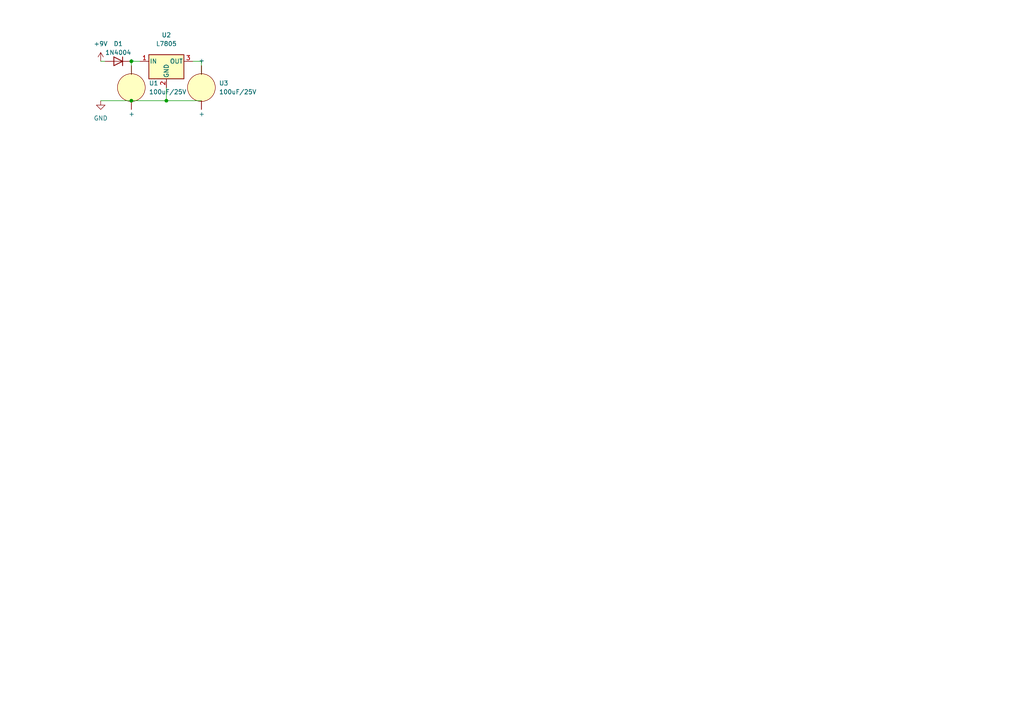
<source format=kicad_sch>
(kicad_sch (version 20211123) (generator eeschema)
  (paper "A4")
  (lib_symbols
    (symbol "Capacitor_100Uf:100uF{slash}25V"
      (property "Reference" "U" (at 0 0 0))
      (property "Value" "100uF{slash}25V" (at 0 0 0))
      (symbol "100uF{slash}25V_0_1"
        (circle (center 0 -5.08) (radius 4.0161) (fill (type background)))
      )
      (symbol "100uF{slash}25V_1_1"
        (pin input line (at -3.81 -5.08 180) (length 2.54) (name "+") (number ""))
        (pin output line (at 3.81 -5.08 0) (length 2.54) (name "+") (number ""))
      )
    )
    (symbol "Diode:1N4004" (pin_numbers hide) (pin_names (offset 1.016) hide)
      (property "Reference" "D" (at 0 2.54 0))
      (property "Value" "1N4004" (at 0 -2.54 0))
      (symbol "1N4004_0_1"
        (polyline (pts (xy -1.27 1.27) (xy -1.27 -1.27)) (stroke (width 0.254)))
        (polyline (pts (xy 1.27 0) (xy -1.27 0)))
        (polyline (pts (xy 1.27 1.27) (xy 1.27 -1.27) (xy -1.27 0) (xy 1.27 1.27)) (stroke (width 0.254)))
      )
      (symbol "1N4004_1_1"
        (pin passive line (at -3.81 0 0) (length 2.54) (name "K") (number "1"))
        (pin passive line (at 3.81 0 180) (length 2.54) (name "A") (number "2"))
      )
    )
    (symbol "Regulator_Linear:L7805" (pin_names (offset 0.254))
      (property "Reference" "U" (at -3.81 3.175 0))
      (property "Value" "L7805" (at 0 3.175 0))
      (symbol "L7805_0_1"
        (rectangle (start -5.08 1.905) (end 5.08 -5.08) (stroke (width 0.254)) (fill (type background)))
      )
      (symbol "L7805_1_1"
        (pin power_in line (at -7.62 0 0) (length 2.54) (name "IN") (number "1"))
        (pin power_in line (at 0 -7.62 90) (length 2.54) (name "GND") (number "2"))
        (pin power_out line (at 7.62 0 180) (length 2.54) (name "OUT") (number "3"))
      )
    )
    (symbol "power:+9V" (power) (pin_names (offset 0))
      (property "Value" "+9V" (at 0 3.556 0))
      (symbol "+9V_0_1"
        (polyline (pts (xy -0.762 1.27) (xy 0 2.54)))
        (polyline (pts (xy 0 0) (xy 0 2.54)))
        (polyline (pts (xy 0 2.54) (xy 0.762 1.27)))
      )
      (symbol "+9V_1_1"
        (pin power_in line (at 0 0 90) (length 0) hide (name "+9V") (number "1"))
      )
    )
    (symbol "power:GND" (power) (pin_names (offset 0))
      (property "Value" "GND" (at 0 -3.81 0))
      (symbol "GND_0_1"
        (polyline (pts (xy 0 0) (xy 0 -1.27) (xy 1.27 -1.27) (xy 0 -2.54) (xy -1.27 -1.27) (xy 0 -1.27)))
      )
      (symbol "GND_1_1"
        (pin power_in line (at 0 0 270) (length 0) hide (name "GND") (number "1"))
      )
    )
  )
  (junction (at 38.1 29.21))
  (junction (at 38.1 17.78))
  (junction (at 48.26 29.21))
  (wire (pts (xy 38.1 17.78) (xy 40.64 17.78)))
  (wire (pts (xy 48.26 29.21) (xy 38.1 29.21)))
  (wire (pts (xy 48.26 25.4) (xy 48.26 29.21)))
  (wire (pts (xy 29.21 29.21) (xy 38.1 29.21)))
  (wire (pts (xy 38.1 17.78) (xy 38.1 21.59)))
  (wire (pts (xy 30.48 17.78) (xy 29.21 17.78)))
  (wire (pts (xy 55.88 17.78) (xy 58.42 17.78)))
  (wire (pts (xy 48.26 29.21) (xy 58.42 29.21)))
  (wire (pts (xy 58.42 17.78) (xy 58.42 21.59)))
  (symbol (lib_id "Capacitor_100Uf:100uF{slash}25V") (at 63.5 25.4 270) (unit 1)
    (property "Reference" "U3" (at 63.5 24.1299 90) (effects (justify left)))
    (property "Value" "100uF/25V" (at 63.5 26.6699 90) (effects (justify left)))
  )
  (symbol (lib_id "Regulator_Linear:L7805") (at 48.26 17.78 0) (unit 1)
    (property "Reference" "U2" (at 48.26 10.16 0))
    (property "Value" "L7805" (at 48.26 12.7 0))
    (property "Datasheet" "http://www.st.com/content/ccc/resource/technical/document/datasheet/41/4f/b3/b0/12/d4/47/88/CD00000444.pdf/files/CD00000444.pdf/jcr:content/translations/en.CD00000444.pdf" (effects hide))
  )
  (symbol (lib_id "Diode:1N4004") (at 34.29 17.78 0) (mirror y) (unit 1)
    (property "Reference" "D1" (at 34.29 12.7 0))
    (property "Value" "1N4004" (at 34.29 15.24 0))
    (property "Footprint" "Diode_THT:D_DO-41_SOD81_P10.16mm_Horizontal" (effects hide))
    (property "Datasheet" "http://www.vishay.com/docs/88503/1n4001.pdf" (effects hide))
  )
  (symbol (lib_id "power:GND") (at 29.21 29.21 0) (unit 1)
    (property "Reference" "#PWR0102" (effects hide))
    (property "Value" "GND" (at 29.21 34.29 0))
  )
  (symbol (lib_id "power:+9V") (at 29.21 17.78 0) (unit 1)
    (property "Reference" "#PWR0101" (effects hide))
    (property "Value" "+9V" (at 29.21 12.7 0))
  )
  (symbol (lib_id "Capacitor_100Uf:100uF{slash}25V") (at 43.18 25.4 270) (unit 1)
    (property "Reference" "U1" (at 43.18 24.1299 90) (effects (justify left)))
    (property "Value" "100uF/25V" (at 43.18 26.6699 90) (effects (justify left)))
  )
)
</source>
